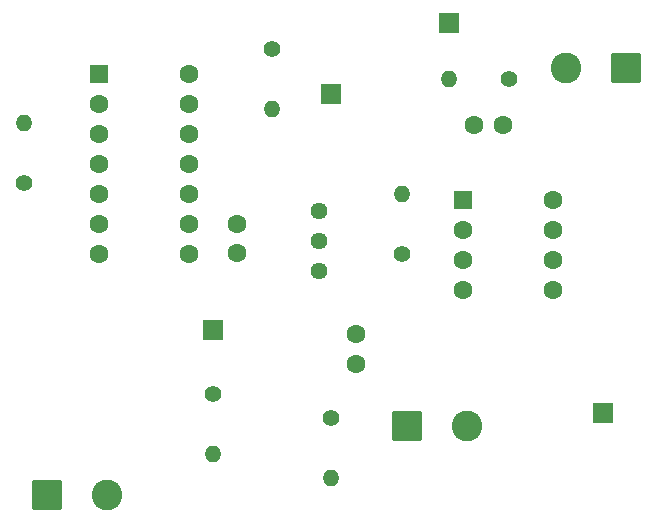
<source format=gbr>
%TF.GenerationSoftware,KiCad,Pcbnew,9.0.0*%
%TF.CreationDate,2025-05-27T13:33:43-03:00*%
%TF.ProjectId,pwm_pcb,70776d5f-7063-4622-9e6b-696361645f70,rev?*%
%TF.SameCoordinates,Original*%
%TF.FileFunction,Copper,L1,Top*%
%TF.FilePolarity,Positive*%
%FSLAX46Y46*%
G04 Gerber Fmt 4.6, Leading zero omitted, Abs format (unit mm)*
G04 Created by KiCad (PCBNEW 9.0.0) date 2025-05-27 13:33:43*
%MOMM*%
%LPD*%
G01*
G04 APERTURE LIST*
G04 Aperture macros list*
%AMRoundRect*
0 Rectangle with rounded corners*
0 $1 Rounding radius*
0 $2 $3 $4 $5 $6 $7 $8 $9 X,Y pos of 4 corners*
0 Add a 4 corners polygon primitive as box body*
4,1,4,$2,$3,$4,$5,$6,$7,$8,$9,$2,$3,0*
0 Add four circle primitives for the rounded corners*
1,1,$1+$1,$2,$3*
1,1,$1+$1,$4,$5*
1,1,$1+$1,$6,$7*
1,1,$1+$1,$8,$9*
0 Add four rect primitives between the rounded corners*
20,1,$1+$1,$2,$3,$4,$5,0*
20,1,$1+$1,$4,$5,$6,$7,0*
20,1,$1+$1,$6,$7,$8,$9,0*
20,1,$1+$1,$8,$9,$2,$3,0*%
G04 Aperture macros list end*
%TA.AperFunction,ComponentPad*%
%ADD10RoundRect,0.250000X-1.050000X-1.050000X1.050000X-1.050000X1.050000X1.050000X-1.050000X1.050000X0*%
%TD*%
%TA.AperFunction,ComponentPad*%
%ADD11C,2.600000*%
%TD*%
%TA.AperFunction,ComponentPad*%
%ADD12R,1.700000X1.700000*%
%TD*%
%TA.AperFunction,ComponentPad*%
%ADD13RoundRect,0.250000X1.050000X1.050000X-1.050000X1.050000X-1.050000X-1.050000X1.050000X-1.050000X0*%
%TD*%
%TA.AperFunction,ComponentPad*%
%ADD14C,1.600000*%
%TD*%
%TA.AperFunction,ComponentPad*%
%ADD15C,1.400000*%
%TD*%
%TA.AperFunction,ComponentPad*%
%ADD16O,1.400000X1.400000*%
%TD*%
%TA.AperFunction,ComponentPad*%
%ADD17RoundRect,0.250000X-0.550000X-0.550000X0.550000X-0.550000X0.550000X0.550000X-0.550000X0.550000X0*%
%TD*%
%TA.AperFunction,ComponentPad*%
%ADD18C,1.440000*%
%TD*%
G04 APERTURE END LIST*
D10*
%TO.P,J2,1,Pin_1*%
%TO.N,GND*%
X156455000Y-108172500D03*
D11*
%TO.P,J2,2,Pin_2*%
%TO.N,Vr*%
X161535000Y-108172500D03*
%TD*%
D12*
%TO.P,J5,1,Pin_1*%
%TO.N,Vb*%
X173000000Y-107000000D03*
%TD*%
D10*
%TO.P,J1,1,Pin_1*%
%TO.N,GND*%
X125920000Y-114000000D03*
D11*
%TO.P,J1,2,Pin_2*%
%TO.N,Vcc*%
X131000000Y-114000000D03*
%TD*%
D13*
%TO.P,J3,1,Pin_1*%
%TO.N,GND*%
X175000000Y-77827500D03*
D11*
%TO.P,J3,2,Pin_2*%
%TO.N,Vg*%
X169920000Y-77827500D03*
%TD*%
D14*
%TO.P,C1,1*%
%TO.N,Net-(U2C--)*%
X142000000Y-91000000D03*
%TO.P,C1,2*%
%TO.N,Vb*%
X142000000Y-93500000D03*
%TD*%
D15*
%TO.P,R3,1*%
%TO.N,Net-(U1A-+)*%
X156000000Y-93540000D03*
D16*
%TO.P,R3,2*%
%TO.N,Va*%
X156000000Y-88460000D03*
%TD*%
D12*
%TO.P,J8,1,Pin_1*%
%TO.N,GND*%
X160000000Y-74000000D03*
%TD*%
D15*
%TO.P,R2,1*%
%TO.N,Vcc*%
X124000000Y-87540000D03*
D16*
%TO.P,R2,2*%
%TO.N,Net-(U2A-+)*%
X124000000Y-82460000D03*
%TD*%
D17*
%TO.P,U1,1*%
%TO.N,Va*%
X161195000Y-89000000D03*
D14*
%TO.P,U1,2,-*%
%TO.N,Net-(J7-Pin_1)*%
X161195000Y-91540000D03*
%TO.P,U1,3,+*%
%TO.N,Net-(U1A-+)*%
X161195000Y-94080000D03*
%TO.P,U1,4,V-*%
%TO.N,GND*%
X161195000Y-96620000D03*
%TO.P,U1,5,+*%
%TO.N,Vr*%
X168815000Y-96620000D03*
%TO.P,U1,6,-*%
%TO.N,Vb*%
X168815000Y-94080000D03*
%TO.P,U1,7*%
%TO.N,Vg*%
X168815000Y-91540000D03*
%TO.P,U1,8,V+*%
%TO.N,Vcc*%
X168815000Y-89000000D03*
%TD*%
%TO.P,C2,1*%
%TO.N,Vg*%
X164574337Y-82621247D03*
%TO.P,C2,2*%
%TO.N,GND*%
X162074337Y-82621247D03*
%TD*%
D15*
%TO.P,R7,1*%
%TO.N,Vg*%
X165100000Y-78740000D03*
D16*
%TO.P,R7,2*%
%TO.N,Vcc*%
X160020000Y-78740000D03*
%TD*%
D15*
%TO.P,R1,1*%
%TO.N,Net-(U2A-+)*%
X145000000Y-76200000D03*
D16*
%TO.P,R1,2*%
%TO.N,GND*%
X145000000Y-81280000D03*
%TD*%
D17*
%TO.P,U2,1*%
%TO.N,Net-(J7-Pin_1)*%
X130380000Y-78300000D03*
D14*
%TO.P,U2,2,-*%
X130380000Y-80840000D03*
%TO.P,U2,3,+*%
%TO.N,Net-(U2A-+)*%
X130380000Y-83380000D03*
%TO.P,U2,4,V+*%
%TO.N,Vcc*%
X130380000Y-85920000D03*
%TO.P,U2,5*%
%TO.N,N/C*%
X130380000Y-88460000D03*
%TO.P,U2,6*%
X130380000Y-91000000D03*
%TO.P,U2,7*%
X130380000Y-93540000D03*
%TO.P,U2,8*%
%TO.N,Vb*%
X138000000Y-93540000D03*
%TO.P,U2,9,-*%
%TO.N,Net-(U2C--)*%
X138000000Y-91000000D03*
%TO.P,U2,10,+*%
%TO.N,Net-(J7-Pin_1)*%
X138000000Y-88460000D03*
%TO.P,U2,11,V-*%
%TO.N,GND*%
X138000000Y-85920000D03*
%TO.P,U2,12*%
%TO.N,N/C*%
X138000000Y-83380000D03*
%TO.P,U2,13*%
X138000000Y-80840000D03*
%TO.P,U2,14*%
X138000000Y-78300000D03*
%TD*%
D15*
%TO.P,R4,1*%
%TO.N,Net-(U1A-+)*%
X150000000Y-107460000D03*
D16*
%TO.P,R4,2*%
%TO.N,Vb*%
X150000000Y-112540000D03*
%TD*%
D18*
%TO.P,R5,1*%
%TO.N,Va*%
X149000000Y-89920000D03*
%TO.P,R5,2*%
%TO.N,Net-(U2C--)*%
X149000000Y-92460000D03*
%TO.P,R5,3*%
%TO.N,N/C*%
X149000000Y-95000000D03*
%TD*%
D15*
%TO.P,R6,1*%
%TO.N,Va*%
X140000000Y-105460000D03*
D16*
%TO.P,R6,2*%
%TO.N,Vcc*%
X140000000Y-110540000D03*
%TD*%
D12*
%TO.P,J6,1,Pin_1*%
%TO.N,Va*%
X140000000Y-100000000D03*
%TD*%
%TO.P,J7,1,Pin_1*%
%TO.N,Net-(J7-Pin_1)*%
X150000000Y-80000000D03*
%TD*%
D14*
%TO.P,C3,1*%
%TO.N,Va*%
X152153980Y-100362386D03*
%TO.P,C3,2*%
%TO.N,GND*%
X152153980Y-102862386D03*
%TD*%
M02*

</source>
